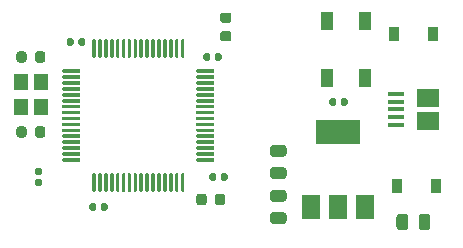
<source format=gbr>
%TF.GenerationSoftware,KiCad,Pcbnew,5.1.6+dfsg1-1*%
%TF.CreationDate,2020-06-20T13:40:11+08:00*%
%TF.ProjectId,stm32dev,73746d33-3264-4657-962e-6b696361645f,rev?*%
%TF.SameCoordinates,Original*%
%TF.FileFunction,Paste,Top*%
%TF.FilePolarity,Positive*%
%FSLAX46Y46*%
G04 Gerber Fmt 4.6, Leading zero omitted, Abs format (unit mm)*
G04 Created by KiCad (PCBNEW 5.1.6+dfsg1-1) date 2020-06-20 13:40:11*
%MOMM*%
%LPD*%
G01*
G04 APERTURE LIST*
%ADD10R,0.900000X1.200000*%
%ADD11R,1.000000X1.500000*%
%ADD12R,1.900000X1.500000*%
%ADD13R,1.350000X0.400000*%
%ADD14R,1.500000X2.000000*%
%ADD15R,3.800000X2.000000*%
%ADD16R,1.200000X1.400000*%
G04 APERTURE END LIST*
D10*
%TO.C,D3*%
X173100000Y-90805000D03*
X169800000Y-90805000D03*
%TD*%
%TO.C,D1*%
X173354000Y-103632000D03*
X170054000Y-103632000D03*
%TD*%
%TO.C,C10*%
G36*
G01*
X138715000Y-98803750D02*
X138715000Y-99316250D01*
G75*
G02*
X138496250Y-99535000I-218750J0D01*
G01*
X138058750Y-99535000D01*
G75*
G02*
X137840000Y-99316250I0J218750D01*
G01*
X137840000Y-98803750D01*
G75*
G02*
X138058750Y-98585000I218750J0D01*
G01*
X138496250Y-98585000D01*
G75*
G02*
X138715000Y-98803750I0J-218750D01*
G01*
G37*
G36*
G01*
X140290000Y-98803750D02*
X140290000Y-99316250D01*
G75*
G02*
X140071250Y-99535000I-218750J0D01*
G01*
X139633750Y-99535000D01*
G75*
G02*
X139415000Y-99316250I0J218750D01*
G01*
X139415000Y-98803750D01*
G75*
G02*
X139633750Y-98585000I218750J0D01*
G01*
X140071250Y-98585000D01*
G75*
G02*
X140290000Y-98803750I0J-218750D01*
G01*
G37*
%TD*%
%TO.C,C6*%
G36*
G01*
X139415000Y-92966250D02*
X139415000Y-92453750D01*
G75*
G02*
X139633750Y-92235000I218750J0D01*
G01*
X140071250Y-92235000D01*
G75*
G02*
X140290000Y-92453750I0J-218750D01*
G01*
X140290000Y-92966250D01*
G75*
G02*
X140071250Y-93185000I-218750J0D01*
G01*
X139633750Y-93185000D01*
G75*
G02*
X139415000Y-92966250I0J218750D01*
G01*
G37*
G36*
G01*
X137840000Y-92966250D02*
X137840000Y-92453750D01*
G75*
G02*
X138058750Y-92235000I218750J0D01*
G01*
X138496250Y-92235000D01*
G75*
G02*
X138715000Y-92453750I0J-218750D01*
G01*
X138715000Y-92966250D01*
G75*
G02*
X138496250Y-93185000I-218750J0D01*
G01*
X138058750Y-93185000D01*
G75*
G02*
X137840000Y-92966250I0J218750D01*
G01*
G37*
%TD*%
%TO.C,C13*%
G36*
G01*
X155831250Y-89820000D02*
X155318750Y-89820000D01*
G75*
G02*
X155100000Y-89601250I0J218750D01*
G01*
X155100000Y-89163750D01*
G75*
G02*
X155318750Y-88945000I218750J0D01*
G01*
X155831250Y-88945000D01*
G75*
G02*
X156050000Y-89163750I0J-218750D01*
G01*
X156050000Y-89601250D01*
G75*
G02*
X155831250Y-89820000I-218750J0D01*
G01*
G37*
G36*
G01*
X155831250Y-91395000D02*
X155318750Y-91395000D01*
G75*
G02*
X155100000Y-91176250I0J218750D01*
G01*
X155100000Y-90738750D01*
G75*
G02*
X155318750Y-90520000I218750J0D01*
G01*
X155831250Y-90520000D01*
G75*
G02*
X156050000Y-90738750I0J-218750D01*
G01*
X156050000Y-91176250D01*
G75*
G02*
X155831250Y-91395000I-218750J0D01*
G01*
G37*
%TD*%
%TO.C,C12*%
G36*
G01*
X154655000Y-105031250D02*
X154655000Y-104518750D01*
G75*
G02*
X154873750Y-104300000I218750J0D01*
G01*
X155311250Y-104300000D01*
G75*
G02*
X155530000Y-104518750I0J-218750D01*
G01*
X155530000Y-105031250D01*
G75*
G02*
X155311250Y-105250000I-218750J0D01*
G01*
X154873750Y-105250000D01*
G75*
G02*
X154655000Y-105031250I0J218750D01*
G01*
G37*
G36*
G01*
X153080000Y-105031250D02*
X153080000Y-104518750D01*
G75*
G02*
X153298750Y-104300000I218750J0D01*
G01*
X153736250Y-104300000D01*
G75*
G02*
X153955000Y-104518750I0J-218750D01*
G01*
X153955000Y-105031250D01*
G75*
G02*
X153736250Y-105250000I-218750J0D01*
G01*
X153298750Y-105250000D01*
G75*
G02*
X153080000Y-105031250I0J218750D01*
G01*
G37*
%TD*%
%TO.C,C11*%
G36*
G01*
X142685000Y-91267500D02*
X142685000Y-91612500D01*
G75*
G02*
X142537500Y-91760000I-147500J0D01*
G01*
X142242500Y-91760000D01*
G75*
G02*
X142095000Y-91612500I0J147500D01*
G01*
X142095000Y-91267500D01*
G75*
G02*
X142242500Y-91120000I147500J0D01*
G01*
X142537500Y-91120000D01*
G75*
G02*
X142685000Y-91267500I0J-147500D01*
G01*
G37*
G36*
G01*
X143655000Y-91267500D02*
X143655000Y-91612500D01*
G75*
G02*
X143507500Y-91760000I-147500J0D01*
G01*
X143212500Y-91760000D01*
G75*
G02*
X143065000Y-91612500I0J147500D01*
G01*
X143065000Y-91267500D01*
G75*
G02*
X143212500Y-91120000I147500J0D01*
G01*
X143507500Y-91120000D01*
G75*
G02*
X143655000Y-91267500I0J-147500D01*
G01*
G37*
%TD*%
%TO.C,C9*%
G36*
G01*
X139527500Y-103060000D02*
X139872500Y-103060000D01*
G75*
G02*
X140020000Y-103207500I0J-147500D01*
G01*
X140020000Y-103502500D01*
G75*
G02*
X139872500Y-103650000I-147500J0D01*
G01*
X139527500Y-103650000D01*
G75*
G02*
X139380000Y-103502500I0J147500D01*
G01*
X139380000Y-103207500D01*
G75*
G02*
X139527500Y-103060000I147500J0D01*
G01*
G37*
G36*
G01*
X139527500Y-102090000D02*
X139872500Y-102090000D01*
G75*
G02*
X140020000Y-102237500I0J-147500D01*
G01*
X140020000Y-102532500D01*
G75*
G02*
X139872500Y-102680000I-147500J0D01*
G01*
X139527500Y-102680000D01*
G75*
G02*
X139380000Y-102532500I0J147500D01*
G01*
X139380000Y-102237500D01*
G75*
G02*
X139527500Y-102090000I147500J0D01*
G01*
G37*
%TD*%
%TO.C,C8*%
G36*
G01*
X155130000Y-103042500D02*
X155130000Y-102697500D01*
G75*
G02*
X155277500Y-102550000I147500J0D01*
G01*
X155572500Y-102550000D01*
G75*
G02*
X155720000Y-102697500I0J-147500D01*
G01*
X155720000Y-103042500D01*
G75*
G02*
X155572500Y-103190000I-147500J0D01*
G01*
X155277500Y-103190000D01*
G75*
G02*
X155130000Y-103042500I0J147500D01*
G01*
G37*
G36*
G01*
X154160000Y-103042500D02*
X154160000Y-102697500D01*
G75*
G02*
X154307500Y-102550000I147500J0D01*
G01*
X154602500Y-102550000D01*
G75*
G02*
X154750000Y-102697500I0J-147500D01*
G01*
X154750000Y-103042500D01*
G75*
G02*
X154602500Y-103190000I-147500J0D01*
G01*
X154307500Y-103190000D01*
G75*
G02*
X154160000Y-103042500I0J147500D01*
G01*
G37*
%TD*%
%TO.C,C7*%
G36*
G01*
X154645000Y-92882500D02*
X154645000Y-92537500D01*
G75*
G02*
X154792500Y-92390000I147500J0D01*
G01*
X155087500Y-92390000D01*
G75*
G02*
X155235000Y-92537500I0J-147500D01*
G01*
X155235000Y-92882500D01*
G75*
G02*
X155087500Y-93030000I-147500J0D01*
G01*
X154792500Y-93030000D01*
G75*
G02*
X154645000Y-92882500I0J147500D01*
G01*
G37*
G36*
G01*
X153675000Y-92882500D02*
X153675000Y-92537500D01*
G75*
G02*
X153822500Y-92390000I147500J0D01*
G01*
X154117500Y-92390000D01*
G75*
G02*
X154265000Y-92537500I0J-147500D01*
G01*
X154265000Y-92882500D01*
G75*
G02*
X154117500Y-93030000I-147500J0D01*
G01*
X153822500Y-93030000D01*
G75*
G02*
X153675000Y-92882500I0J147500D01*
G01*
G37*
%TD*%
%TO.C,C5*%
G36*
G01*
X144590000Y-105237500D02*
X144590000Y-105582500D01*
G75*
G02*
X144442500Y-105730000I-147500J0D01*
G01*
X144147500Y-105730000D01*
G75*
G02*
X144000000Y-105582500I0J147500D01*
G01*
X144000000Y-105237500D01*
G75*
G02*
X144147500Y-105090000I147500J0D01*
G01*
X144442500Y-105090000D01*
G75*
G02*
X144590000Y-105237500I0J-147500D01*
G01*
G37*
G36*
G01*
X145560000Y-105237500D02*
X145560000Y-105582500D01*
G75*
G02*
X145412500Y-105730000I-147500J0D01*
G01*
X145117500Y-105730000D01*
G75*
G02*
X144970000Y-105582500I0J147500D01*
G01*
X144970000Y-105237500D01*
G75*
G02*
X145117500Y-105090000I147500J0D01*
G01*
X145412500Y-105090000D01*
G75*
G02*
X145560000Y-105237500I0J-147500D01*
G01*
G37*
%TD*%
D11*
%TO.C,D2*%
X164135000Y-94525000D03*
X167335000Y-94525000D03*
X164135000Y-89625000D03*
X167335000Y-89625000D03*
%TD*%
D12*
%TO.C,J1*%
X172687500Y-98155000D03*
D13*
X169987500Y-97155000D03*
X169987500Y-96505000D03*
X169987500Y-95855000D03*
X169987500Y-98455000D03*
X169987500Y-97805000D03*
D12*
X172687500Y-96155000D03*
%TD*%
D14*
%TO.C,U1*%
X162800000Y-105385000D03*
X167400000Y-105385000D03*
X165100000Y-105385000D03*
D15*
X165100000Y-99085000D03*
%TD*%
%TO.C,C4*%
G36*
G01*
X165290000Y-96692500D02*
X165290000Y-96347500D01*
G75*
G02*
X165437500Y-96200000I147500J0D01*
G01*
X165732500Y-96200000D01*
G75*
G02*
X165880000Y-96347500I0J-147500D01*
G01*
X165880000Y-96692500D01*
G75*
G02*
X165732500Y-96840000I-147500J0D01*
G01*
X165437500Y-96840000D01*
G75*
G02*
X165290000Y-96692500I0J147500D01*
G01*
G37*
G36*
G01*
X164320000Y-96692500D02*
X164320000Y-96347500D01*
G75*
G02*
X164467500Y-96200000I147500J0D01*
G01*
X164762500Y-96200000D01*
G75*
G02*
X164910000Y-96347500I0J-147500D01*
G01*
X164910000Y-96692500D01*
G75*
G02*
X164762500Y-96840000I-147500J0D01*
G01*
X164467500Y-96840000D01*
G75*
G02*
X164320000Y-96692500I0J147500D01*
G01*
G37*
%TD*%
%TO.C,C3*%
G36*
G01*
X160476250Y-101150000D02*
X159563750Y-101150000D01*
G75*
G02*
X159320000Y-100906250I0J243750D01*
G01*
X159320000Y-100418750D01*
G75*
G02*
X159563750Y-100175000I243750J0D01*
G01*
X160476250Y-100175000D01*
G75*
G02*
X160720000Y-100418750I0J-243750D01*
G01*
X160720000Y-100906250D01*
G75*
G02*
X160476250Y-101150000I-243750J0D01*
G01*
G37*
G36*
G01*
X160476250Y-103025000D02*
X159563750Y-103025000D01*
G75*
G02*
X159320000Y-102781250I0J243750D01*
G01*
X159320000Y-102293750D01*
G75*
G02*
X159563750Y-102050000I243750J0D01*
G01*
X160476250Y-102050000D01*
G75*
G02*
X160720000Y-102293750I0J-243750D01*
G01*
X160720000Y-102781250D01*
G75*
G02*
X160476250Y-103025000I-243750J0D01*
G01*
G37*
%TD*%
%TO.C,C2*%
G36*
G01*
X159563750Y-105860000D02*
X160476250Y-105860000D01*
G75*
G02*
X160720000Y-106103750I0J-243750D01*
G01*
X160720000Y-106591250D01*
G75*
G02*
X160476250Y-106835000I-243750J0D01*
G01*
X159563750Y-106835000D01*
G75*
G02*
X159320000Y-106591250I0J243750D01*
G01*
X159320000Y-106103750D01*
G75*
G02*
X159563750Y-105860000I243750J0D01*
G01*
G37*
G36*
G01*
X159563750Y-103985000D02*
X160476250Y-103985000D01*
G75*
G02*
X160720000Y-104228750I0J-243750D01*
G01*
X160720000Y-104716250D01*
G75*
G02*
X160476250Y-104960000I-243750J0D01*
G01*
X159563750Y-104960000D01*
G75*
G02*
X159320000Y-104716250I0J243750D01*
G01*
X159320000Y-104228750D01*
G75*
G02*
X159563750Y-103985000I243750J0D01*
G01*
G37*
%TD*%
%TO.C,C1*%
G36*
G01*
X171900000Y-107136250D02*
X171900000Y-106223750D01*
G75*
G02*
X172143750Y-105980000I243750J0D01*
G01*
X172631250Y-105980000D01*
G75*
G02*
X172875000Y-106223750I0J-243750D01*
G01*
X172875000Y-107136250D01*
G75*
G02*
X172631250Y-107380000I-243750J0D01*
G01*
X172143750Y-107380000D01*
G75*
G02*
X171900000Y-107136250I0J243750D01*
G01*
G37*
G36*
G01*
X170025000Y-107136250D02*
X170025000Y-106223750D01*
G75*
G02*
X170268750Y-105980000I243750J0D01*
G01*
X170756250Y-105980000D01*
G75*
G02*
X171000000Y-106223750I0J-243750D01*
G01*
X171000000Y-107136250D01*
G75*
G02*
X170756250Y-107380000I-243750J0D01*
G01*
X170268750Y-107380000D01*
G75*
G02*
X170025000Y-107136250I0J243750D01*
G01*
G37*
%TD*%
D16*
%TO.C,Y1*%
X139915000Y-94785000D03*
X139915000Y-96985000D03*
X138215000Y-96985000D03*
X138215000Y-94785000D03*
%TD*%
%TO.C,U2*%
G36*
G01*
X144265000Y-92690000D02*
X144265000Y-91290000D01*
G75*
G02*
X144340000Y-91215000I75000J0D01*
G01*
X144490000Y-91215000D01*
G75*
G02*
X144565000Y-91290000I0J-75000D01*
G01*
X144565000Y-92690000D01*
G75*
G02*
X144490000Y-92765000I-75000J0D01*
G01*
X144340000Y-92765000D01*
G75*
G02*
X144265000Y-92690000I0J75000D01*
G01*
G37*
G36*
G01*
X144765000Y-92690000D02*
X144765000Y-91290000D01*
G75*
G02*
X144840000Y-91215000I75000J0D01*
G01*
X144990000Y-91215000D01*
G75*
G02*
X145065000Y-91290000I0J-75000D01*
G01*
X145065000Y-92690000D01*
G75*
G02*
X144990000Y-92765000I-75000J0D01*
G01*
X144840000Y-92765000D01*
G75*
G02*
X144765000Y-92690000I0J75000D01*
G01*
G37*
G36*
G01*
X145265000Y-92690000D02*
X145265000Y-91290000D01*
G75*
G02*
X145340000Y-91215000I75000J0D01*
G01*
X145490000Y-91215000D01*
G75*
G02*
X145565000Y-91290000I0J-75000D01*
G01*
X145565000Y-92690000D01*
G75*
G02*
X145490000Y-92765000I-75000J0D01*
G01*
X145340000Y-92765000D01*
G75*
G02*
X145265000Y-92690000I0J75000D01*
G01*
G37*
G36*
G01*
X145765000Y-92690000D02*
X145765000Y-91290000D01*
G75*
G02*
X145840000Y-91215000I75000J0D01*
G01*
X145990000Y-91215000D01*
G75*
G02*
X146065000Y-91290000I0J-75000D01*
G01*
X146065000Y-92690000D01*
G75*
G02*
X145990000Y-92765000I-75000J0D01*
G01*
X145840000Y-92765000D01*
G75*
G02*
X145765000Y-92690000I0J75000D01*
G01*
G37*
G36*
G01*
X146265000Y-92690000D02*
X146265000Y-91290000D01*
G75*
G02*
X146340000Y-91215000I75000J0D01*
G01*
X146490000Y-91215000D01*
G75*
G02*
X146565000Y-91290000I0J-75000D01*
G01*
X146565000Y-92690000D01*
G75*
G02*
X146490000Y-92765000I-75000J0D01*
G01*
X146340000Y-92765000D01*
G75*
G02*
X146265000Y-92690000I0J75000D01*
G01*
G37*
G36*
G01*
X146765000Y-92690000D02*
X146765000Y-91290000D01*
G75*
G02*
X146840000Y-91215000I75000J0D01*
G01*
X146990000Y-91215000D01*
G75*
G02*
X147065000Y-91290000I0J-75000D01*
G01*
X147065000Y-92690000D01*
G75*
G02*
X146990000Y-92765000I-75000J0D01*
G01*
X146840000Y-92765000D01*
G75*
G02*
X146765000Y-92690000I0J75000D01*
G01*
G37*
G36*
G01*
X147265000Y-92690000D02*
X147265000Y-91290000D01*
G75*
G02*
X147340000Y-91215000I75000J0D01*
G01*
X147490000Y-91215000D01*
G75*
G02*
X147565000Y-91290000I0J-75000D01*
G01*
X147565000Y-92690000D01*
G75*
G02*
X147490000Y-92765000I-75000J0D01*
G01*
X147340000Y-92765000D01*
G75*
G02*
X147265000Y-92690000I0J75000D01*
G01*
G37*
G36*
G01*
X147765000Y-92690000D02*
X147765000Y-91290000D01*
G75*
G02*
X147840000Y-91215000I75000J0D01*
G01*
X147990000Y-91215000D01*
G75*
G02*
X148065000Y-91290000I0J-75000D01*
G01*
X148065000Y-92690000D01*
G75*
G02*
X147990000Y-92765000I-75000J0D01*
G01*
X147840000Y-92765000D01*
G75*
G02*
X147765000Y-92690000I0J75000D01*
G01*
G37*
G36*
G01*
X148265000Y-92690000D02*
X148265000Y-91290000D01*
G75*
G02*
X148340000Y-91215000I75000J0D01*
G01*
X148490000Y-91215000D01*
G75*
G02*
X148565000Y-91290000I0J-75000D01*
G01*
X148565000Y-92690000D01*
G75*
G02*
X148490000Y-92765000I-75000J0D01*
G01*
X148340000Y-92765000D01*
G75*
G02*
X148265000Y-92690000I0J75000D01*
G01*
G37*
G36*
G01*
X148765000Y-92690000D02*
X148765000Y-91290000D01*
G75*
G02*
X148840000Y-91215000I75000J0D01*
G01*
X148990000Y-91215000D01*
G75*
G02*
X149065000Y-91290000I0J-75000D01*
G01*
X149065000Y-92690000D01*
G75*
G02*
X148990000Y-92765000I-75000J0D01*
G01*
X148840000Y-92765000D01*
G75*
G02*
X148765000Y-92690000I0J75000D01*
G01*
G37*
G36*
G01*
X149265000Y-92690000D02*
X149265000Y-91290000D01*
G75*
G02*
X149340000Y-91215000I75000J0D01*
G01*
X149490000Y-91215000D01*
G75*
G02*
X149565000Y-91290000I0J-75000D01*
G01*
X149565000Y-92690000D01*
G75*
G02*
X149490000Y-92765000I-75000J0D01*
G01*
X149340000Y-92765000D01*
G75*
G02*
X149265000Y-92690000I0J75000D01*
G01*
G37*
G36*
G01*
X149765000Y-92690000D02*
X149765000Y-91290000D01*
G75*
G02*
X149840000Y-91215000I75000J0D01*
G01*
X149990000Y-91215000D01*
G75*
G02*
X150065000Y-91290000I0J-75000D01*
G01*
X150065000Y-92690000D01*
G75*
G02*
X149990000Y-92765000I-75000J0D01*
G01*
X149840000Y-92765000D01*
G75*
G02*
X149765000Y-92690000I0J75000D01*
G01*
G37*
G36*
G01*
X150265000Y-92690000D02*
X150265000Y-91290000D01*
G75*
G02*
X150340000Y-91215000I75000J0D01*
G01*
X150490000Y-91215000D01*
G75*
G02*
X150565000Y-91290000I0J-75000D01*
G01*
X150565000Y-92690000D01*
G75*
G02*
X150490000Y-92765000I-75000J0D01*
G01*
X150340000Y-92765000D01*
G75*
G02*
X150265000Y-92690000I0J75000D01*
G01*
G37*
G36*
G01*
X150765000Y-92690000D02*
X150765000Y-91290000D01*
G75*
G02*
X150840000Y-91215000I75000J0D01*
G01*
X150990000Y-91215000D01*
G75*
G02*
X151065000Y-91290000I0J-75000D01*
G01*
X151065000Y-92690000D01*
G75*
G02*
X150990000Y-92765000I-75000J0D01*
G01*
X150840000Y-92765000D01*
G75*
G02*
X150765000Y-92690000I0J75000D01*
G01*
G37*
G36*
G01*
X151265000Y-92690000D02*
X151265000Y-91290000D01*
G75*
G02*
X151340000Y-91215000I75000J0D01*
G01*
X151490000Y-91215000D01*
G75*
G02*
X151565000Y-91290000I0J-75000D01*
G01*
X151565000Y-92690000D01*
G75*
G02*
X151490000Y-92765000I-75000J0D01*
G01*
X151340000Y-92765000D01*
G75*
G02*
X151265000Y-92690000I0J75000D01*
G01*
G37*
G36*
G01*
X151765000Y-92690000D02*
X151765000Y-91290000D01*
G75*
G02*
X151840000Y-91215000I75000J0D01*
G01*
X151990000Y-91215000D01*
G75*
G02*
X152065000Y-91290000I0J-75000D01*
G01*
X152065000Y-92690000D01*
G75*
G02*
X151990000Y-92765000I-75000J0D01*
G01*
X151840000Y-92765000D01*
G75*
G02*
X151765000Y-92690000I0J75000D01*
G01*
G37*
G36*
G01*
X153065000Y-93990000D02*
X153065000Y-93840000D01*
G75*
G02*
X153140000Y-93765000I75000J0D01*
G01*
X154540000Y-93765000D01*
G75*
G02*
X154615000Y-93840000I0J-75000D01*
G01*
X154615000Y-93990000D01*
G75*
G02*
X154540000Y-94065000I-75000J0D01*
G01*
X153140000Y-94065000D01*
G75*
G02*
X153065000Y-93990000I0J75000D01*
G01*
G37*
G36*
G01*
X153065000Y-94490000D02*
X153065000Y-94340000D01*
G75*
G02*
X153140000Y-94265000I75000J0D01*
G01*
X154540000Y-94265000D01*
G75*
G02*
X154615000Y-94340000I0J-75000D01*
G01*
X154615000Y-94490000D01*
G75*
G02*
X154540000Y-94565000I-75000J0D01*
G01*
X153140000Y-94565000D01*
G75*
G02*
X153065000Y-94490000I0J75000D01*
G01*
G37*
G36*
G01*
X153065000Y-94990000D02*
X153065000Y-94840000D01*
G75*
G02*
X153140000Y-94765000I75000J0D01*
G01*
X154540000Y-94765000D01*
G75*
G02*
X154615000Y-94840000I0J-75000D01*
G01*
X154615000Y-94990000D01*
G75*
G02*
X154540000Y-95065000I-75000J0D01*
G01*
X153140000Y-95065000D01*
G75*
G02*
X153065000Y-94990000I0J75000D01*
G01*
G37*
G36*
G01*
X153065000Y-95490000D02*
X153065000Y-95340000D01*
G75*
G02*
X153140000Y-95265000I75000J0D01*
G01*
X154540000Y-95265000D01*
G75*
G02*
X154615000Y-95340000I0J-75000D01*
G01*
X154615000Y-95490000D01*
G75*
G02*
X154540000Y-95565000I-75000J0D01*
G01*
X153140000Y-95565000D01*
G75*
G02*
X153065000Y-95490000I0J75000D01*
G01*
G37*
G36*
G01*
X153065000Y-95990000D02*
X153065000Y-95840000D01*
G75*
G02*
X153140000Y-95765000I75000J0D01*
G01*
X154540000Y-95765000D01*
G75*
G02*
X154615000Y-95840000I0J-75000D01*
G01*
X154615000Y-95990000D01*
G75*
G02*
X154540000Y-96065000I-75000J0D01*
G01*
X153140000Y-96065000D01*
G75*
G02*
X153065000Y-95990000I0J75000D01*
G01*
G37*
G36*
G01*
X153065000Y-96490000D02*
X153065000Y-96340000D01*
G75*
G02*
X153140000Y-96265000I75000J0D01*
G01*
X154540000Y-96265000D01*
G75*
G02*
X154615000Y-96340000I0J-75000D01*
G01*
X154615000Y-96490000D01*
G75*
G02*
X154540000Y-96565000I-75000J0D01*
G01*
X153140000Y-96565000D01*
G75*
G02*
X153065000Y-96490000I0J75000D01*
G01*
G37*
G36*
G01*
X153065000Y-96990000D02*
X153065000Y-96840000D01*
G75*
G02*
X153140000Y-96765000I75000J0D01*
G01*
X154540000Y-96765000D01*
G75*
G02*
X154615000Y-96840000I0J-75000D01*
G01*
X154615000Y-96990000D01*
G75*
G02*
X154540000Y-97065000I-75000J0D01*
G01*
X153140000Y-97065000D01*
G75*
G02*
X153065000Y-96990000I0J75000D01*
G01*
G37*
G36*
G01*
X153065000Y-97490000D02*
X153065000Y-97340000D01*
G75*
G02*
X153140000Y-97265000I75000J0D01*
G01*
X154540000Y-97265000D01*
G75*
G02*
X154615000Y-97340000I0J-75000D01*
G01*
X154615000Y-97490000D01*
G75*
G02*
X154540000Y-97565000I-75000J0D01*
G01*
X153140000Y-97565000D01*
G75*
G02*
X153065000Y-97490000I0J75000D01*
G01*
G37*
G36*
G01*
X153065000Y-97990000D02*
X153065000Y-97840000D01*
G75*
G02*
X153140000Y-97765000I75000J0D01*
G01*
X154540000Y-97765000D01*
G75*
G02*
X154615000Y-97840000I0J-75000D01*
G01*
X154615000Y-97990000D01*
G75*
G02*
X154540000Y-98065000I-75000J0D01*
G01*
X153140000Y-98065000D01*
G75*
G02*
X153065000Y-97990000I0J75000D01*
G01*
G37*
G36*
G01*
X153065000Y-98490000D02*
X153065000Y-98340000D01*
G75*
G02*
X153140000Y-98265000I75000J0D01*
G01*
X154540000Y-98265000D01*
G75*
G02*
X154615000Y-98340000I0J-75000D01*
G01*
X154615000Y-98490000D01*
G75*
G02*
X154540000Y-98565000I-75000J0D01*
G01*
X153140000Y-98565000D01*
G75*
G02*
X153065000Y-98490000I0J75000D01*
G01*
G37*
G36*
G01*
X153065000Y-98990000D02*
X153065000Y-98840000D01*
G75*
G02*
X153140000Y-98765000I75000J0D01*
G01*
X154540000Y-98765000D01*
G75*
G02*
X154615000Y-98840000I0J-75000D01*
G01*
X154615000Y-98990000D01*
G75*
G02*
X154540000Y-99065000I-75000J0D01*
G01*
X153140000Y-99065000D01*
G75*
G02*
X153065000Y-98990000I0J75000D01*
G01*
G37*
G36*
G01*
X153065000Y-99490000D02*
X153065000Y-99340000D01*
G75*
G02*
X153140000Y-99265000I75000J0D01*
G01*
X154540000Y-99265000D01*
G75*
G02*
X154615000Y-99340000I0J-75000D01*
G01*
X154615000Y-99490000D01*
G75*
G02*
X154540000Y-99565000I-75000J0D01*
G01*
X153140000Y-99565000D01*
G75*
G02*
X153065000Y-99490000I0J75000D01*
G01*
G37*
G36*
G01*
X153065000Y-99990000D02*
X153065000Y-99840000D01*
G75*
G02*
X153140000Y-99765000I75000J0D01*
G01*
X154540000Y-99765000D01*
G75*
G02*
X154615000Y-99840000I0J-75000D01*
G01*
X154615000Y-99990000D01*
G75*
G02*
X154540000Y-100065000I-75000J0D01*
G01*
X153140000Y-100065000D01*
G75*
G02*
X153065000Y-99990000I0J75000D01*
G01*
G37*
G36*
G01*
X153065000Y-100490000D02*
X153065000Y-100340000D01*
G75*
G02*
X153140000Y-100265000I75000J0D01*
G01*
X154540000Y-100265000D01*
G75*
G02*
X154615000Y-100340000I0J-75000D01*
G01*
X154615000Y-100490000D01*
G75*
G02*
X154540000Y-100565000I-75000J0D01*
G01*
X153140000Y-100565000D01*
G75*
G02*
X153065000Y-100490000I0J75000D01*
G01*
G37*
G36*
G01*
X153065000Y-100990000D02*
X153065000Y-100840000D01*
G75*
G02*
X153140000Y-100765000I75000J0D01*
G01*
X154540000Y-100765000D01*
G75*
G02*
X154615000Y-100840000I0J-75000D01*
G01*
X154615000Y-100990000D01*
G75*
G02*
X154540000Y-101065000I-75000J0D01*
G01*
X153140000Y-101065000D01*
G75*
G02*
X153065000Y-100990000I0J75000D01*
G01*
G37*
G36*
G01*
X153065000Y-101490000D02*
X153065000Y-101340000D01*
G75*
G02*
X153140000Y-101265000I75000J0D01*
G01*
X154540000Y-101265000D01*
G75*
G02*
X154615000Y-101340000I0J-75000D01*
G01*
X154615000Y-101490000D01*
G75*
G02*
X154540000Y-101565000I-75000J0D01*
G01*
X153140000Y-101565000D01*
G75*
G02*
X153065000Y-101490000I0J75000D01*
G01*
G37*
G36*
G01*
X151765000Y-104040000D02*
X151765000Y-102640000D01*
G75*
G02*
X151840000Y-102565000I75000J0D01*
G01*
X151990000Y-102565000D01*
G75*
G02*
X152065000Y-102640000I0J-75000D01*
G01*
X152065000Y-104040000D01*
G75*
G02*
X151990000Y-104115000I-75000J0D01*
G01*
X151840000Y-104115000D01*
G75*
G02*
X151765000Y-104040000I0J75000D01*
G01*
G37*
G36*
G01*
X151265000Y-104040000D02*
X151265000Y-102640000D01*
G75*
G02*
X151340000Y-102565000I75000J0D01*
G01*
X151490000Y-102565000D01*
G75*
G02*
X151565000Y-102640000I0J-75000D01*
G01*
X151565000Y-104040000D01*
G75*
G02*
X151490000Y-104115000I-75000J0D01*
G01*
X151340000Y-104115000D01*
G75*
G02*
X151265000Y-104040000I0J75000D01*
G01*
G37*
G36*
G01*
X150765000Y-104040000D02*
X150765000Y-102640000D01*
G75*
G02*
X150840000Y-102565000I75000J0D01*
G01*
X150990000Y-102565000D01*
G75*
G02*
X151065000Y-102640000I0J-75000D01*
G01*
X151065000Y-104040000D01*
G75*
G02*
X150990000Y-104115000I-75000J0D01*
G01*
X150840000Y-104115000D01*
G75*
G02*
X150765000Y-104040000I0J75000D01*
G01*
G37*
G36*
G01*
X150265000Y-104040000D02*
X150265000Y-102640000D01*
G75*
G02*
X150340000Y-102565000I75000J0D01*
G01*
X150490000Y-102565000D01*
G75*
G02*
X150565000Y-102640000I0J-75000D01*
G01*
X150565000Y-104040000D01*
G75*
G02*
X150490000Y-104115000I-75000J0D01*
G01*
X150340000Y-104115000D01*
G75*
G02*
X150265000Y-104040000I0J75000D01*
G01*
G37*
G36*
G01*
X149765000Y-104040000D02*
X149765000Y-102640000D01*
G75*
G02*
X149840000Y-102565000I75000J0D01*
G01*
X149990000Y-102565000D01*
G75*
G02*
X150065000Y-102640000I0J-75000D01*
G01*
X150065000Y-104040000D01*
G75*
G02*
X149990000Y-104115000I-75000J0D01*
G01*
X149840000Y-104115000D01*
G75*
G02*
X149765000Y-104040000I0J75000D01*
G01*
G37*
G36*
G01*
X149265000Y-104040000D02*
X149265000Y-102640000D01*
G75*
G02*
X149340000Y-102565000I75000J0D01*
G01*
X149490000Y-102565000D01*
G75*
G02*
X149565000Y-102640000I0J-75000D01*
G01*
X149565000Y-104040000D01*
G75*
G02*
X149490000Y-104115000I-75000J0D01*
G01*
X149340000Y-104115000D01*
G75*
G02*
X149265000Y-104040000I0J75000D01*
G01*
G37*
G36*
G01*
X148765000Y-104040000D02*
X148765000Y-102640000D01*
G75*
G02*
X148840000Y-102565000I75000J0D01*
G01*
X148990000Y-102565000D01*
G75*
G02*
X149065000Y-102640000I0J-75000D01*
G01*
X149065000Y-104040000D01*
G75*
G02*
X148990000Y-104115000I-75000J0D01*
G01*
X148840000Y-104115000D01*
G75*
G02*
X148765000Y-104040000I0J75000D01*
G01*
G37*
G36*
G01*
X148265000Y-104040000D02*
X148265000Y-102640000D01*
G75*
G02*
X148340000Y-102565000I75000J0D01*
G01*
X148490000Y-102565000D01*
G75*
G02*
X148565000Y-102640000I0J-75000D01*
G01*
X148565000Y-104040000D01*
G75*
G02*
X148490000Y-104115000I-75000J0D01*
G01*
X148340000Y-104115000D01*
G75*
G02*
X148265000Y-104040000I0J75000D01*
G01*
G37*
G36*
G01*
X147765000Y-104040000D02*
X147765000Y-102640000D01*
G75*
G02*
X147840000Y-102565000I75000J0D01*
G01*
X147990000Y-102565000D01*
G75*
G02*
X148065000Y-102640000I0J-75000D01*
G01*
X148065000Y-104040000D01*
G75*
G02*
X147990000Y-104115000I-75000J0D01*
G01*
X147840000Y-104115000D01*
G75*
G02*
X147765000Y-104040000I0J75000D01*
G01*
G37*
G36*
G01*
X147265000Y-104040000D02*
X147265000Y-102640000D01*
G75*
G02*
X147340000Y-102565000I75000J0D01*
G01*
X147490000Y-102565000D01*
G75*
G02*
X147565000Y-102640000I0J-75000D01*
G01*
X147565000Y-104040000D01*
G75*
G02*
X147490000Y-104115000I-75000J0D01*
G01*
X147340000Y-104115000D01*
G75*
G02*
X147265000Y-104040000I0J75000D01*
G01*
G37*
G36*
G01*
X146765000Y-104040000D02*
X146765000Y-102640000D01*
G75*
G02*
X146840000Y-102565000I75000J0D01*
G01*
X146990000Y-102565000D01*
G75*
G02*
X147065000Y-102640000I0J-75000D01*
G01*
X147065000Y-104040000D01*
G75*
G02*
X146990000Y-104115000I-75000J0D01*
G01*
X146840000Y-104115000D01*
G75*
G02*
X146765000Y-104040000I0J75000D01*
G01*
G37*
G36*
G01*
X146265000Y-104040000D02*
X146265000Y-102640000D01*
G75*
G02*
X146340000Y-102565000I75000J0D01*
G01*
X146490000Y-102565000D01*
G75*
G02*
X146565000Y-102640000I0J-75000D01*
G01*
X146565000Y-104040000D01*
G75*
G02*
X146490000Y-104115000I-75000J0D01*
G01*
X146340000Y-104115000D01*
G75*
G02*
X146265000Y-104040000I0J75000D01*
G01*
G37*
G36*
G01*
X145765000Y-104040000D02*
X145765000Y-102640000D01*
G75*
G02*
X145840000Y-102565000I75000J0D01*
G01*
X145990000Y-102565000D01*
G75*
G02*
X146065000Y-102640000I0J-75000D01*
G01*
X146065000Y-104040000D01*
G75*
G02*
X145990000Y-104115000I-75000J0D01*
G01*
X145840000Y-104115000D01*
G75*
G02*
X145765000Y-104040000I0J75000D01*
G01*
G37*
G36*
G01*
X145265000Y-104040000D02*
X145265000Y-102640000D01*
G75*
G02*
X145340000Y-102565000I75000J0D01*
G01*
X145490000Y-102565000D01*
G75*
G02*
X145565000Y-102640000I0J-75000D01*
G01*
X145565000Y-104040000D01*
G75*
G02*
X145490000Y-104115000I-75000J0D01*
G01*
X145340000Y-104115000D01*
G75*
G02*
X145265000Y-104040000I0J75000D01*
G01*
G37*
G36*
G01*
X144765000Y-104040000D02*
X144765000Y-102640000D01*
G75*
G02*
X144840000Y-102565000I75000J0D01*
G01*
X144990000Y-102565000D01*
G75*
G02*
X145065000Y-102640000I0J-75000D01*
G01*
X145065000Y-104040000D01*
G75*
G02*
X144990000Y-104115000I-75000J0D01*
G01*
X144840000Y-104115000D01*
G75*
G02*
X144765000Y-104040000I0J75000D01*
G01*
G37*
G36*
G01*
X144265000Y-104040000D02*
X144265000Y-102640000D01*
G75*
G02*
X144340000Y-102565000I75000J0D01*
G01*
X144490000Y-102565000D01*
G75*
G02*
X144565000Y-102640000I0J-75000D01*
G01*
X144565000Y-104040000D01*
G75*
G02*
X144490000Y-104115000I-75000J0D01*
G01*
X144340000Y-104115000D01*
G75*
G02*
X144265000Y-104040000I0J75000D01*
G01*
G37*
G36*
G01*
X141715000Y-101490000D02*
X141715000Y-101340000D01*
G75*
G02*
X141790000Y-101265000I75000J0D01*
G01*
X143190000Y-101265000D01*
G75*
G02*
X143265000Y-101340000I0J-75000D01*
G01*
X143265000Y-101490000D01*
G75*
G02*
X143190000Y-101565000I-75000J0D01*
G01*
X141790000Y-101565000D01*
G75*
G02*
X141715000Y-101490000I0J75000D01*
G01*
G37*
G36*
G01*
X141715000Y-100990000D02*
X141715000Y-100840000D01*
G75*
G02*
X141790000Y-100765000I75000J0D01*
G01*
X143190000Y-100765000D01*
G75*
G02*
X143265000Y-100840000I0J-75000D01*
G01*
X143265000Y-100990000D01*
G75*
G02*
X143190000Y-101065000I-75000J0D01*
G01*
X141790000Y-101065000D01*
G75*
G02*
X141715000Y-100990000I0J75000D01*
G01*
G37*
G36*
G01*
X141715000Y-100490000D02*
X141715000Y-100340000D01*
G75*
G02*
X141790000Y-100265000I75000J0D01*
G01*
X143190000Y-100265000D01*
G75*
G02*
X143265000Y-100340000I0J-75000D01*
G01*
X143265000Y-100490000D01*
G75*
G02*
X143190000Y-100565000I-75000J0D01*
G01*
X141790000Y-100565000D01*
G75*
G02*
X141715000Y-100490000I0J75000D01*
G01*
G37*
G36*
G01*
X141715000Y-99990000D02*
X141715000Y-99840000D01*
G75*
G02*
X141790000Y-99765000I75000J0D01*
G01*
X143190000Y-99765000D01*
G75*
G02*
X143265000Y-99840000I0J-75000D01*
G01*
X143265000Y-99990000D01*
G75*
G02*
X143190000Y-100065000I-75000J0D01*
G01*
X141790000Y-100065000D01*
G75*
G02*
X141715000Y-99990000I0J75000D01*
G01*
G37*
G36*
G01*
X141715000Y-99490000D02*
X141715000Y-99340000D01*
G75*
G02*
X141790000Y-99265000I75000J0D01*
G01*
X143190000Y-99265000D01*
G75*
G02*
X143265000Y-99340000I0J-75000D01*
G01*
X143265000Y-99490000D01*
G75*
G02*
X143190000Y-99565000I-75000J0D01*
G01*
X141790000Y-99565000D01*
G75*
G02*
X141715000Y-99490000I0J75000D01*
G01*
G37*
G36*
G01*
X141715000Y-98990000D02*
X141715000Y-98840000D01*
G75*
G02*
X141790000Y-98765000I75000J0D01*
G01*
X143190000Y-98765000D01*
G75*
G02*
X143265000Y-98840000I0J-75000D01*
G01*
X143265000Y-98990000D01*
G75*
G02*
X143190000Y-99065000I-75000J0D01*
G01*
X141790000Y-99065000D01*
G75*
G02*
X141715000Y-98990000I0J75000D01*
G01*
G37*
G36*
G01*
X141715000Y-98490000D02*
X141715000Y-98340000D01*
G75*
G02*
X141790000Y-98265000I75000J0D01*
G01*
X143190000Y-98265000D01*
G75*
G02*
X143265000Y-98340000I0J-75000D01*
G01*
X143265000Y-98490000D01*
G75*
G02*
X143190000Y-98565000I-75000J0D01*
G01*
X141790000Y-98565000D01*
G75*
G02*
X141715000Y-98490000I0J75000D01*
G01*
G37*
G36*
G01*
X141715000Y-97990000D02*
X141715000Y-97840000D01*
G75*
G02*
X141790000Y-97765000I75000J0D01*
G01*
X143190000Y-97765000D01*
G75*
G02*
X143265000Y-97840000I0J-75000D01*
G01*
X143265000Y-97990000D01*
G75*
G02*
X143190000Y-98065000I-75000J0D01*
G01*
X141790000Y-98065000D01*
G75*
G02*
X141715000Y-97990000I0J75000D01*
G01*
G37*
G36*
G01*
X141715000Y-97490000D02*
X141715000Y-97340000D01*
G75*
G02*
X141790000Y-97265000I75000J0D01*
G01*
X143190000Y-97265000D01*
G75*
G02*
X143265000Y-97340000I0J-75000D01*
G01*
X143265000Y-97490000D01*
G75*
G02*
X143190000Y-97565000I-75000J0D01*
G01*
X141790000Y-97565000D01*
G75*
G02*
X141715000Y-97490000I0J75000D01*
G01*
G37*
G36*
G01*
X141715000Y-96990000D02*
X141715000Y-96840000D01*
G75*
G02*
X141790000Y-96765000I75000J0D01*
G01*
X143190000Y-96765000D01*
G75*
G02*
X143265000Y-96840000I0J-75000D01*
G01*
X143265000Y-96990000D01*
G75*
G02*
X143190000Y-97065000I-75000J0D01*
G01*
X141790000Y-97065000D01*
G75*
G02*
X141715000Y-96990000I0J75000D01*
G01*
G37*
G36*
G01*
X141715000Y-96490000D02*
X141715000Y-96340000D01*
G75*
G02*
X141790000Y-96265000I75000J0D01*
G01*
X143190000Y-96265000D01*
G75*
G02*
X143265000Y-96340000I0J-75000D01*
G01*
X143265000Y-96490000D01*
G75*
G02*
X143190000Y-96565000I-75000J0D01*
G01*
X141790000Y-96565000D01*
G75*
G02*
X141715000Y-96490000I0J75000D01*
G01*
G37*
G36*
G01*
X141715000Y-95990000D02*
X141715000Y-95840000D01*
G75*
G02*
X141790000Y-95765000I75000J0D01*
G01*
X143190000Y-95765000D01*
G75*
G02*
X143265000Y-95840000I0J-75000D01*
G01*
X143265000Y-95990000D01*
G75*
G02*
X143190000Y-96065000I-75000J0D01*
G01*
X141790000Y-96065000D01*
G75*
G02*
X141715000Y-95990000I0J75000D01*
G01*
G37*
G36*
G01*
X141715000Y-95490000D02*
X141715000Y-95340000D01*
G75*
G02*
X141790000Y-95265000I75000J0D01*
G01*
X143190000Y-95265000D01*
G75*
G02*
X143265000Y-95340000I0J-75000D01*
G01*
X143265000Y-95490000D01*
G75*
G02*
X143190000Y-95565000I-75000J0D01*
G01*
X141790000Y-95565000D01*
G75*
G02*
X141715000Y-95490000I0J75000D01*
G01*
G37*
G36*
G01*
X141715000Y-94990000D02*
X141715000Y-94840000D01*
G75*
G02*
X141790000Y-94765000I75000J0D01*
G01*
X143190000Y-94765000D01*
G75*
G02*
X143265000Y-94840000I0J-75000D01*
G01*
X143265000Y-94990000D01*
G75*
G02*
X143190000Y-95065000I-75000J0D01*
G01*
X141790000Y-95065000D01*
G75*
G02*
X141715000Y-94990000I0J75000D01*
G01*
G37*
G36*
G01*
X141715000Y-94490000D02*
X141715000Y-94340000D01*
G75*
G02*
X141790000Y-94265000I75000J0D01*
G01*
X143190000Y-94265000D01*
G75*
G02*
X143265000Y-94340000I0J-75000D01*
G01*
X143265000Y-94490000D01*
G75*
G02*
X143190000Y-94565000I-75000J0D01*
G01*
X141790000Y-94565000D01*
G75*
G02*
X141715000Y-94490000I0J75000D01*
G01*
G37*
G36*
G01*
X141715000Y-93990000D02*
X141715000Y-93840000D01*
G75*
G02*
X141790000Y-93765000I75000J0D01*
G01*
X143190000Y-93765000D01*
G75*
G02*
X143265000Y-93840000I0J-75000D01*
G01*
X143265000Y-93990000D01*
G75*
G02*
X143190000Y-94065000I-75000J0D01*
G01*
X141790000Y-94065000D01*
G75*
G02*
X141715000Y-93990000I0J75000D01*
G01*
G37*
%TD*%
M02*

</source>
